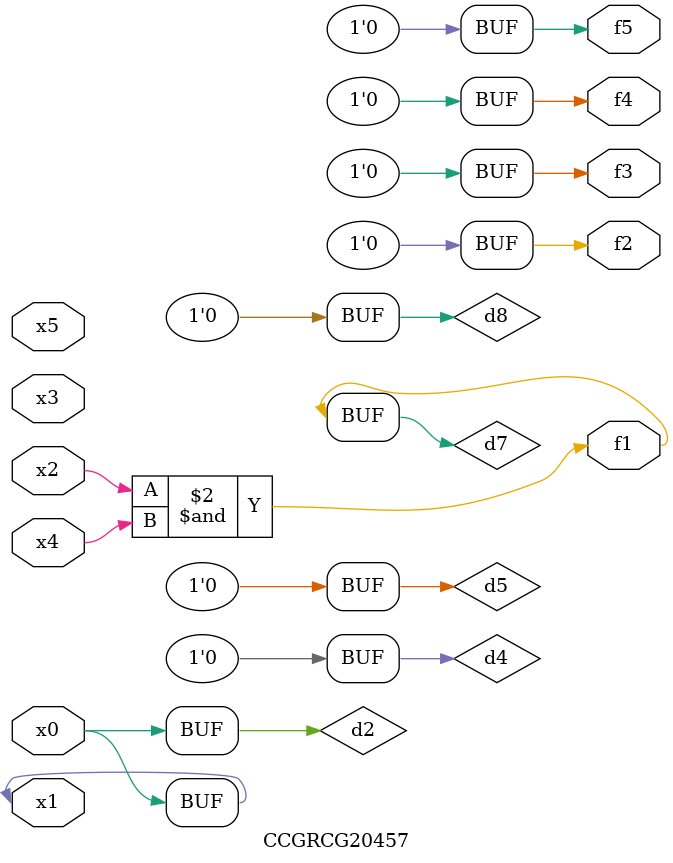
<source format=v>
module CCGRCG20457(
	input x0, x1, x2, x3, x4, x5,
	output f1, f2, f3, f4, f5
);

	wire d1, d2, d3, d4, d5, d6, d7, d8, d9;

	nand (d1, x1);
	buf (d2, x0, x1);
	nand (d3, x2, x4);
	and (d4, d1, d2);
	and (d5, d1, d2);
	nand (d6, d1, d3);
	not (d7, d3);
	xor (d8, d5);
	nor (d9, d5, d6);
	assign f1 = d7;
	assign f2 = d8;
	assign f3 = d8;
	assign f4 = d8;
	assign f5 = d8;
endmodule

</source>
